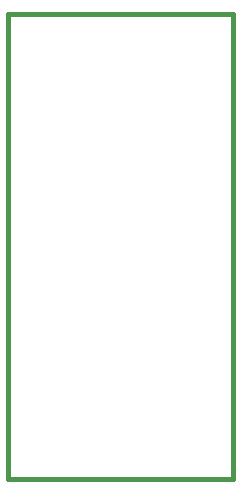
<source format=gko>
G04 #@! TF.FileFunction,Profile,NP*
%FSLAX46Y46*%
G04 Gerber Fmt 4.6, Leading zero omitted, Abs format (unit mm)*
G04 Created by KiCad (PCBNEW 4.0.0-rc1-stable) date mar 10 nov 2015 21:40:48 CET*
%MOMM*%
G01*
G04 APERTURE LIST*
%ADD10C,0.100000*%
%ADD11C,0.381000*%
G04 APERTURE END LIST*
D10*
D11*
X131445000Y-120650000D02*
X150495000Y-120650000D01*
X131445000Y-81280000D02*
X150495000Y-81280000D01*
X131445000Y-120650000D02*
X131445000Y-81280000D01*
X150495000Y-81280000D02*
X150495000Y-120650000D01*
M02*

</source>
